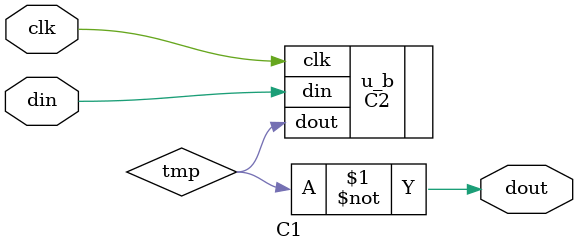
<source format=v>

module C1
  (input clk,
   input  din,
   output dout
   );
   // verilator foreign_module
   wire   tmp;
   C2 u_b(.clk(clk),
	  .din(din),
	  .dout(tmp));
   assign dout = ~tmp;
endmodule

</source>
